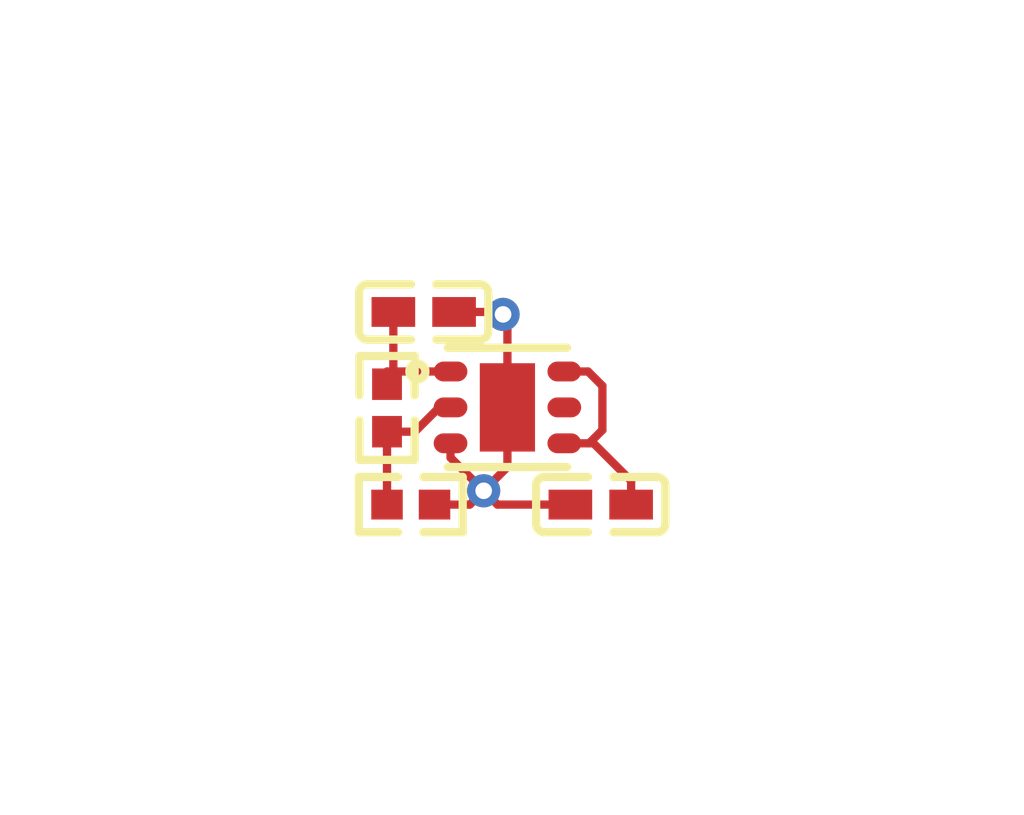
<source format=kicad_pcb>
(kicad_pcb (version 20241229) (generator "atopile") (generator_version "0.12.4")
  (layers (0 "F.Cu" signal) (31 "B.Cu" signal) (34 "B.Paste" user) (35 "F.Paste" user) (36 "B.SilkS" user "B.Silkscreen") (37 "F.SilkS" user "F.Silkscreen") (38 "B.Mask" user) (39 "F.Mask" user) (44 "Edge.Cuts" user))
  (net 1 "power_out-VCC")
  (net 2 "GND")
  (net 3 "VDIV_OUTPUT")
  (net 4 "power_in-VCC")
  (net 5 "DNC")
  (footprint "Samsung_Electro_Mechanics_CL05A105KA5NQNC:C0402" (layer "F.Cu") (at 1.69 -18.24 180)
    (property "Reference" "C1" (hide yes))
    (property "Value" "1µF ±10% 25V X5R")
    (fp_line (start 1.02 -0.5) (end 0.23 -0.5) (stroke (width 0.15)) (layer "F.SilkS") (layers "F.SilkS"))
    (fp_line (start 0.23 0.5) (end 1.02 0.5) (stroke (width 0.15)) (layer "F.SilkS") (layers "F.SilkS"))
    (fp_line (start 1.17 0.35) (end 1.17 -0.35) (stroke (width 0.15)) (layer "F.SilkS") (layers "F.SilkS"))
    (fp_line (start -1.02 -0.5) (end -0.23 -0.5) (stroke (width 0.15)) (layer "F.SilkS") (layers "F.SilkS"))
    (fp_line (start -0.23 0.5) (end -1.02 0.5) (stroke (width 0.15)) (layer "F.SilkS") (layers "F.SilkS"))
    (fp_line (start -1.17 0.35) (end -1.17 -0.35) (stroke (width 0.15)) (layer "F.SilkS") (layers "F.SilkS"))
    (fp_arc (start 1.17 0.35) (mid 1.126066 0.456066) (end 1.02 0.5) (stroke (width 0.15)) (layer "F.SilkS"))
    (fp_arc (start 1.02 -0.5) (mid 1.126066 -0.456066) (end 1.17 -0.35) (stroke (width 0.15)) (layer "F.SilkS"))
    (fp_arc (start -1.17 0.35) (mid -1.126066 0.456066) (end -1.02 0.5) (stroke (width 0.15)) (layer "F.SilkS"))
    (fp_arc (start -1.02 -0.5) (mid -1.126066 -0.456066) (end -1.17 -0.35) (stroke (width 0.15)) (layer "F.SilkS"))
    (pad "2" smd rect (at 0.55 0 180) (size 0.79 0.54) (layers "F.Cu" "F.Paste" "F.Mask") (net 2 "GND"))
    (pad "1" smd rect (at -0.55 0 180) (size 0.79 0.54) (layers "F.Cu" "F.Paste" "F.Mask") (net 4 "power_in-VCC"))
  )
  (footprint "Samsung_Electro_Mechanics_CL05A105KA5NQNC:C0402" (layer "F.Cu") (at -1.515396 -21.728139 0)
    (property "Reference" "C2" (hide yes))
    (property "Value" "1µF ±10% 25V X5R")
    (fp_line (start 1.02 -0.5) (end 0.23 -0.5) (stroke (width 0.15)) (layer "F.SilkS") (layers "F.SilkS"))
    (fp_line (start 0.23 0.5) (end 1.02 0.5) (stroke (width 0.15)) (layer "F.SilkS") (layers "F.SilkS"))
    (fp_line (start 1.17 0.35) (end 1.17 -0.35) (stroke (width 0.15)) (layer "F.SilkS") (layers "F.SilkS"))
    (fp_line (start -1.02 -0.5) (end -0.23 -0.5) (stroke (width 0.15)) (layer "F.SilkS") (layers "F.SilkS"))
    (fp_line (start -0.23 0.5) (end -1.02 0.5) (stroke (width 0.15)) (layer "F.SilkS") (layers "F.SilkS"))
    (fp_line (start -1.17 0.35) (end -1.17 -0.35) (stroke (width 0.15)) (layer "F.SilkS") (layers "F.SilkS"))
    (fp_arc (start 1.17 0.35) (mid 1.126066 0.456066) (end 1.02 0.5) (stroke (width 0.15)) (layer "F.SilkS"))
    (fp_arc (start 1.02 -0.5) (mid 1.126066 -0.456066) (end 1.17 -0.35) (stroke (width 0.15)) (layer "F.SilkS"))
    (fp_arc (start -1.17 0.35) (mid -1.126066 0.456066) (end -1.02 0.5) (stroke (width 0.15)) (layer "F.SilkS"))
    (fp_arc (start -1.02 -0.5) (mid -1.126066 -0.456066) (end -1.17 -0.35) (stroke (width 0.15)) (layer "F.SilkS"))
    (pad "2" smd rect (at 0.55 0 0) (size 0.79 0.54) (layers "F.Cu" "F.Paste" "F.Mask") (net 2 "GND"))
    (pad "1" smd rect (at -0.55 0 0) (size 0.79 0.54) (layers "F.Cu" "F.Paste" "F.Mask") (net 1 "power_out-VCC"))
  )
  (footprint "Texas_Instruments_TLV75901PDRVR:WSON-6_L2.0-W2.0-P0.65-TL-EP" (layer "F.Cu") (at 0 -20 0)
    (property "Reference" "U1" (hide yes))
    (property "Value" "")
    (fp_line (start -1.08 -1.08) (end 1.08 -1.08) (stroke (width 0.15)) (layer "F.SilkS"))
    (fp_line (start -1.08 1.08) (end 1.08 1.08) (stroke (width 0.15)) (layer "F.SilkS"))
    (fp_circle (center -1.63 -0.65) (end -1.56 -0.65) (stroke (width 0.15)) (fill no) (layer "F.SilkS"))
    (pad "1" smd oval (at -1.03 -0.65 -90) (size 0.36 0.61) (layers "F.Cu" "F.Paste" "F.Mask") (net 1 "power_out-VCC"))
    (pad "2" smd oval (at -1.03 0 -90) (size 0.36 0.61) (layers "F.Cu" "F.Paste" "F.Mask") (net 3 "VDIV_OUTPUT"))
    (pad "3" smd oval (at -1.03 0.65 -90) (size 0.36 0.61) (layers "F.Cu" "F.Paste" "F.Mask") (net 2 "GND"))
    (pad "4" smd oval (at 1.03 0.65 -90) (size 0.36 0.61) (layers "F.Cu" "F.Paste" "F.Mask") (net 4 "power_in-VCC"))
    (pad "5" smd oval (at 1.03 0 -90) (size 0.36 0.61) (layers "F.Cu" "F.Paste" "F.Mask") (net 5 "DNC"))
    (pad "6" smd oval (at 1.03 -0.65 -90) (size 0.36 0.61) (layers "F.Cu" "F.Paste" "F.Mask") (net 4 "power_in-VCC"))
    (pad "7" smd rect (at 0 0 0) (size 1 1.6) (layers "F.Cu" "F.Paste" "F.Mask") (net 2 "GND"))
  )
  (footprint "UNI_ROYAL_0402WGF2001TCE:R0402" (layer "F.Cu") (at -1.75 -18.24 0)
    (property "Reference" "R1" (hide yes))
    (property "Value" "2kΩ ±1% 62.5mW")
    (fp_line (start -0.23 0.5) (end -0.94 0.5) (stroke (width 0.15)) (layer "F.SilkS") (layers "F.SilkS"))
    (fp_line (start -0.94 0.5) (end -0.94 -0.5) (stroke (width 0.15)) (layer "F.SilkS") (layers "F.SilkS"))
    (fp_line (start -0.94 -0.5) (end -0.23 -0.5) (stroke (width 0.15)) (layer "F.SilkS") (layers "F.SilkS"))
    (fp_line (start 0.23 0.5) (end 0.94 0.5) (stroke (width 0.15)) (layer "F.SilkS") (layers "F.SilkS"))
    (fp_line (start 0.94 0.5) (end 0.94 -0.5) (stroke (width 0.15)) (layer "F.SilkS") (layers "F.SilkS"))
    (fp_line (start 0.94 -0.5) (end 0.23 -0.5) (stroke (width 0.15)) (layer "F.SilkS") (layers "F.SilkS"))
    (pad "2" smd rect (at 0.43 0 0) (size 0.57 0.54) (layers "F.Cu" "F.Paste" "F.Mask") (net 2 "GND"))
    (pad "1" smd rect (at -0.43 0 0) (size 0.57 0.54) (layers "F.Cu" "F.Paste" "F.Mask") (net 3 "VDIV_OUTPUT"))
  )
  (footprint "UNI_ROYAL_0402WGF1002TCE:R0402" (layer "F.Cu") (at -2.18 -19.99 -90)
    (property "Reference" "R2" (hide yes))
    (property "Value" "10kΩ ±1% 62.5mW")
    (fp_line (start -0.23 0.5) (end -0.94 0.5) (stroke (width 0.15)) (layer "F.SilkS") (layers "F.SilkS"))
    (fp_line (start -0.94 0.5) (end -0.94 -0.5) (stroke (width 0.15)) (layer "F.SilkS") (layers "F.SilkS"))
    (fp_line (start -0.94 -0.5) (end -0.23 -0.5) (stroke (width 0.15)) (layer "F.SilkS") (layers "F.SilkS"))
    (fp_line (start 0.23 0.5) (end 0.94 0.5) (stroke (width 0.15)) (layer "F.SilkS") (layers "F.SilkS"))
    (fp_line (start 0.94 0.5) (end 0.94 -0.5) (stroke (width 0.15)) (layer "F.SilkS") (layers "F.SilkS"))
    (fp_line (start 0.94 -0.5) (end 0.23 -0.5) (stroke (width 0.15)) (layer "F.SilkS") (layers "F.SilkS"))
    (pad "2" smd rect (at 0.43 0 270) (size 0.57 0.54) (layers "F.Cu" "F.Paste" "F.Mask") (net 3 "VDIV_OUTPUT"))
    (pad "1" smd rect (at -0.43 0 270) (size 0.57 0.54) (layers "F.Cu" "F.Paste" "F.Mask") (net 1 "power_out-VCC"))
  )
  (via (at -0.43 -18.49) (size 0.6) (drill 0.3) (layers "F.Cu" "B.Cu") (net 2))
  (via (at -0.078457 -21.683789) (size 0.6) (drill 0.3) (layers "F.Cu" "B.Cu") (net 2))
  (segment (start -2.18 -19.56) (end -2.18 -18.24) (width 0.15) (layer "F.Cu") (net 3))
  (segment (start -1.675 -19.56) (end -2.18 -19.56) (width 0.15) (layer "F.Cu") (net 3))
  (segment (start -1.03 -20) (end -1.235 -20) (width 0.15) (layer "F.Cu") (net 3))
  (segment (start -1.235 -20) (end -1.675 -19.56) (width 0.15) (layer "F.Cu") (net 3))
  (segment (start -1.03 -19.09) (end -0.43 -18.49) (width 0.15) (layer "F.Cu") (net 2))
  (segment (start -1.03 -19.35) (end -1.03 -19.09) (width 0.15) (layer "F.Cu") (net 2))
  (segment (start -0.078457 -21.683789) (end 0 -21.605332) (width 0.15) (layer "F.Cu") (net 2))
  (segment (start -0.18 -18.24) (end -0.43 -18.49) (width 0.15) (layer "F.Cu") (net 2))
  (segment (start 0 -20) (end 0 -18.92) (width 0.15) (layer "F.Cu") (net 2))
  (segment (start -1.32 -18.24) (end -0.68 -18.24) (width 0.15) (layer "F.Cu") (net 2))
  (segment (start 1.14 -18.24) (end -0.18 -18.24) (width 0.15) (layer "F.Cu") (net 2))
  (segment (start -0.68 -18.24) (end -0.43 -18.49) (width 0.15) (layer "F.Cu") (net 2))
  (segment (start -0.965396 -21.728139) (end -0.122807 -21.728139) (width 0.15) (layer "F.Cu") (net 2))
  (segment (start -0.122807 -21.728139) (end -0.078457 -21.683789) (width 0.15) (layer "F.Cu") (net 2))
  (segment (start 0 -21.605332) (end 0 -20) (width 0.15) (layer "F.Cu") (net 2))
  (segment (start 0 -18.92) (end -0.43 -18.49) (width 0.15) (layer "F.Cu") (net 2))
  (segment (start 1.72 -19.59) (end 1.72 -20.39) (width 0.15) (layer "F.Cu") (net 4))
  (segment (start 1.03 -19.35) (end 1.48 -19.35) (width 0.15) (layer "F.Cu") (net 4))
  (segment (start 1.56 -19.35) (end 1.48 -19.35) (width 0.15) (layer "F.Cu") (net 4))
  (segment (start 1.03 -20.65) (end 1.46 -20.65) (width 0.15) (layer "F.Cu") (net 4))
  (segment (start 1.48 -19.35) (end 1.72 -19.59) (width 0.15) (layer "F.Cu") (net 4))
  (segment (start 2.24 -18.67) (end 1.56 -19.35) (width 0.15) (layer "F.Cu") (net 4))
  (segment (start 2.24 -18.24) (end 2.24 -18.67) (width 0.15) (layer "F.Cu") (net 4))
  (segment (start 1.46 -20.65) (end 1.72 -20.39) (width 0.15) (layer "F.Cu") (net 4))
  (segment (start -2.065396 -21.728139) (end -2.065396 -20.534604) (width 0.15) (layer "F.Cu") (net 1))
  (segment (start -2.18 -20.65) (end -2.18 -20.42) (width 0.15) (layer "F.Cu") (net 1))
  (segment (start -2.065396 -20.534604) (end -2.18 -20.42) (width 0.15) (layer "F.Cu") (net 1))
  (segment (start -1.03 -20.65) (end -2.18 -20.65) (width 0.15) (layer "F.Cu") (net 1))
)
</source>
